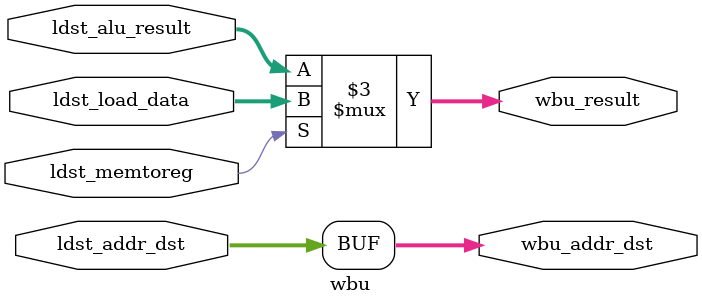
<source format=sv>
`timescale 1ns / 1ps


module wbu#(
parameter DataWidth=32,
parameter RegAddrWidth=10
)
(
    input ldst_memtoreg,
    input [RegAddrWidth-1:0]ldst_addr_dst,
    input [DataWidth-1:0]ldst_alu_result,
    input [DataWidth-1:0]ldst_load_data,
    output logic [DataWidth-1:0]wbu_result,
    output logic [RegAddrWidth-1:0]wbu_addr_dst
);

always_comb begin
    if(ldst_memtoreg)
        wbu_result = ldst_load_data;
    else
        wbu_result = ldst_alu_result;
end

assign wbu_addr_dst = ldst_addr_dst;

endmodule:wbu

</source>
